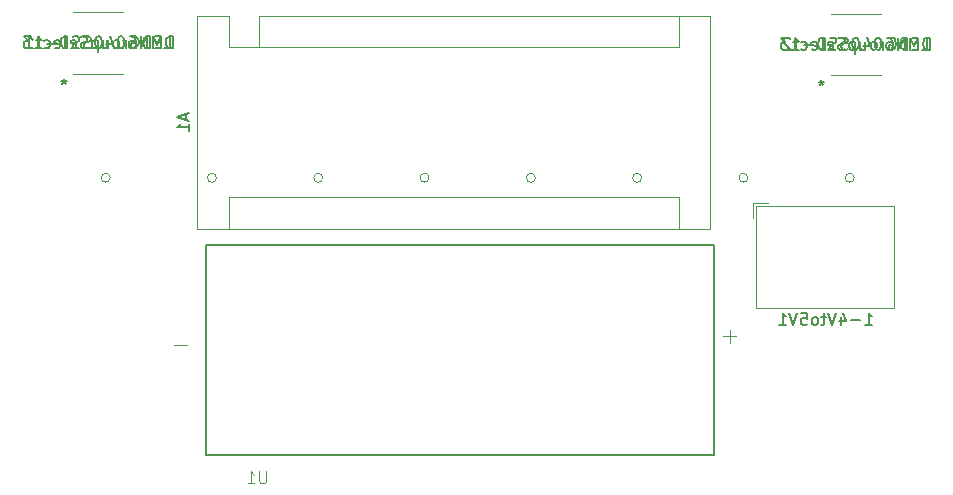
<source format=gbo>
G04 #@! TF.GenerationSoftware,KiCad,Pcbnew,(5.1.10)-1*
G04 #@! TF.CreationDate,2021-07-07T10:57:58-07:00*
G04 #@! TF.ProjectId,8MagnetTester4Filter,384d6167-6e65-4745-9465-737465723446,rev?*
G04 #@! TF.SameCoordinates,Original*
G04 #@! TF.FileFunction,Legend,Bot*
G04 #@! TF.FilePolarity,Positive*
%FSLAX46Y46*%
G04 Gerber Fmt 4.6, Leading zero omitted, Abs format (unit mm)*
G04 Created by KiCad (PCBNEW (5.1.10)-1) date 2021-07-07 10:57:58*
%MOMM*%
%LPD*%
G01*
G04 APERTURE LIST*
%ADD10C,0.120000*%
%ADD11C,0.127000*%
%ADD12C,0.150000*%
%ADD13C,0.015000*%
G04 APERTURE END LIST*
D10*
X169109000Y-99300000D02*
X170349000Y-99300000D01*
X169109000Y-100540000D02*
X169109000Y-99300000D01*
X181070000Y-108160000D02*
X181070000Y-99540000D01*
X169349000Y-108160000D02*
X169349000Y-99540000D01*
X169349000Y-99540000D02*
X181070000Y-99540000D01*
X169349000Y-108160000D02*
X181070000Y-108160000D01*
D11*
X122772000Y-120650000D02*
X165772000Y-120650000D01*
X122772000Y-102870000D02*
X122772000Y-120650000D01*
X165772000Y-102870000D02*
X122772000Y-102870000D01*
X165772000Y-120650000D02*
X165772000Y-102870000D01*
D10*
X127254000Y-86106000D02*
X124714000Y-86106000D01*
X124714000Y-86106000D02*
X124714000Y-83436000D01*
X127254000Y-83436000D02*
X165484000Y-83436000D01*
X122044000Y-83436000D02*
X124714000Y-83436000D01*
X124714000Y-98806000D02*
X124714000Y-101476000D01*
X124714000Y-98806000D02*
X162814000Y-98806000D01*
X162814000Y-98806000D02*
X162814000Y-101476000D01*
X127254000Y-86106000D02*
X127254000Y-83436000D01*
X127254000Y-86106000D02*
X162814000Y-86106000D01*
X162814000Y-86106000D02*
X162814000Y-83436000D01*
X165484000Y-83436000D02*
X165484000Y-101476000D01*
X165484000Y-101476000D02*
X122044000Y-101476000D01*
X122044000Y-101476000D02*
X122044000Y-83436000D01*
X115796598Y-88328500D02*
X111580198Y-88328500D01*
X111580198Y-83121500D02*
X115796598Y-83121500D01*
X175691800Y-83248500D02*
X179908200Y-83248500D01*
X179908200Y-88455500D02*
X175691800Y-88455500D01*
X123681000Y-97155000D02*
G75*
G03*
X123681000Y-97155000I-381000J0D01*
G01*
X141681000Y-97155000D02*
G75*
G03*
X141681000Y-97155000I-381000J0D01*
G01*
X177681000Y-97155000D02*
G75*
G03*
X177681000Y-97155000I-381000J0D01*
G01*
X114681000Y-97155000D02*
G75*
G03*
X114681000Y-97155000I-381000J0D01*
G01*
X159681000Y-97155000D02*
G75*
G03*
X159681000Y-97155000I-381000J0D01*
G01*
X168681000Y-97155000D02*
G75*
G03*
X168681000Y-97155000I-381000J0D01*
G01*
X150681000Y-97155000D02*
G75*
G03*
X150681000Y-97155000I-381000J0D01*
G01*
X132681000Y-97155000D02*
G75*
G03*
X132681000Y-97155000I-381000J0D01*
G01*
D12*
X178617142Y-109612380D02*
X179188571Y-109612380D01*
X178902857Y-109612380D02*
X178902857Y-108612380D01*
X178998095Y-108755238D01*
X179093333Y-108850476D01*
X179188571Y-108898095D01*
X178188571Y-109231428D02*
X177426666Y-109231428D01*
X176521904Y-108945714D02*
X176521904Y-109612380D01*
X176760000Y-108564761D02*
X176998095Y-109279047D01*
X176379047Y-109279047D01*
X176140952Y-108612380D02*
X175807619Y-109612380D01*
X175474285Y-108612380D01*
X175283809Y-108945714D02*
X174902857Y-108945714D01*
X175140952Y-108612380D02*
X175140952Y-109469523D01*
X175093333Y-109564761D01*
X174998095Y-109612380D01*
X174902857Y-109612380D01*
X174426666Y-109612380D02*
X174521904Y-109564761D01*
X174569523Y-109517142D01*
X174617142Y-109421904D01*
X174617142Y-109136190D01*
X174569523Y-109040952D01*
X174521904Y-108993333D01*
X174426666Y-108945714D01*
X174283809Y-108945714D01*
X174188571Y-108993333D01*
X174140952Y-109040952D01*
X174093333Y-109136190D01*
X174093333Y-109421904D01*
X174140952Y-109517142D01*
X174188571Y-109564761D01*
X174283809Y-109612380D01*
X174426666Y-109612380D01*
X173188571Y-108612380D02*
X173664761Y-108612380D01*
X173712380Y-109088571D01*
X173664761Y-109040952D01*
X173569523Y-108993333D01*
X173331428Y-108993333D01*
X173236190Y-109040952D01*
X173188571Y-109088571D01*
X173140952Y-109183809D01*
X173140952Y-109421904D01*
X173188571Y-109517142D01*
X173236190Y-109564761D01*
X173331428Y-109612380D01*
X173569523Y-109612380D01*
X173664761Y-109564761D01*
X173712380Y-109517142D01*
X172855238Y-108612380D02*
X172521904Y-109612380D01*
X172188571Y-108612380D01*
X171331428Y-109612380D02*
X171902857Y-109612380D01*
X171617142Y-109612380D02*
X171617142Y-108612380D01*
X171712380Y-108755238D01*
X171807619Y-108850476D01*
X171902857Y-108898095D01*
D13*
X127888904Y-122007380D02*
X127888904Y-122816904D01*
X127841285Y-122912142D01*
X127793666Y-122959761D01*
X127698428Y-123007380D01*
X127507952Y-123007380D01*
X127412714Y-122959761D01*
X127365095Y-122912142D01*
X127317476Y-122816904D01*
X127317476Y-122007380D01*
X126317476Y-123007380D02*
X126888904Y-123007380D01*
X126603190Y-123007380D02*
X126603190Y-122007380D01*
X126698428Y-122150238D01*
X126793666Y-122245476D01*
X126888904Y-122293095D01*
X121183333Y-111352000D02*
X120116666Y-111352000D01*
X167665333Y-110590000D02*
X166598666Y-110590000D01*
X167132000Y-111123333D02*
X167132000Y-110056666D01*
D12*
X121070666Y-91741714D02*
X121070666Y-92217904D01*
X121356380Y-91646476D02*
X120356380Y-91979809D01*
X121356380Y-92313142D01*
X121356380Y-93170285D02*
X121356380Y-92598857D01*
X121356380Y-92884571D02*
X120356380Y-92884571D01*
X120499238Y-92789333D01*
X120594476Y-92694095D01*
X120642095Y-92598857D01*
X119283636Y-86177380D02*
X119759826Y-86177380D01*
X119759826Y-85177380D01*
X118950302Y-85653571D02*
X118616969Y-85653571D01*
X118474112Y-86177380D02*
X118950302Y-86177380D01*
X118950302Y-85177380D01*
X118474112Y-85177380D01*
X118045540Y-86177380D02*
X118045540Y-85177380D01*
X117807445Y-85177380D01*
X117664588Y-85225000D01*
X117569350Y-85320238D01*
X117521731Y-85415476D01*
X117474112Y-85605952D01*
X117474112Y-85748809D01*
X117521731Y-85939285D01*
X117569350Y-86034523D01*
X117664588Y-86129761D01*
X117807445Y-86177380D01*
X118045540Y-86177380D01*
X116521731Y-85225000D02*
X116616969Y-85177380D01*
X116759826Y-85177380D01*
X116902683Y-85225000D01*
X116997921Y-85320238D01*
X117045540Y-85415476D01*
X117093159Y-85605952D01*
X117093159Y-85748809D01*
X117045540Y-85939285D01*
X116997921Y-86034523D01*
X116902683Y-86129761D01*
X116759826Y-86177380D01*
X116664588Y-86177380D01*
X116521731Y-86129761D01*
X116474112Y-86082142D01*
X116474112Y-85748809D01*
X116664588Y-85748809D01*
X116045540Y-86177380D02*
X116045540Y-85510714D01*
X116045540Y-85701190D02*
X115997921Y-85605952D01*
X115950302Y-85558333D01*
X115855064Y-85510714D01*
X115759826Y-85510714D01*
X115283636Y-86177380D02*
X115378874Y-86129761D01*
X115426493Y-86082142D01*
X115474112Y-85986904D01*
X115474112Y-85701190D01*
X115426493Y-85605952D01*
X115378874Y-85558333D01*
X115283636Y-85510714D01*
X115140778Y-85510714D01*
X115045540Y-85558333D01*
X114997921Y-85605952D01*
X114950302Y-85701190D01*
X114950302Y-85986904D01*
X114997921Y-86082142D01*
X115045540Y-86129761D01*
X115140778Y-86177380D01*
X115283636Y-86177380D01*
X114093159Y-85510714D02*
X114093159Y-86177380D01*
X114521731Y-85510714D02*
X114521731Y-86034523D01*
X114474112Y-86129761D01*
X114378874Y-86177380D01*
X114236017Y-86177380D01*
X114140778Y-86129761D01*
X114093159Y-86082142D01*
X113616969Y-85510714D02*
X113616969Y-86510714D01*
X113616969Y-85558333D02*
X113521731Y-85510714D01*
X113331255Y-85510714D01*
X113236017Y-85558333D01*
X113188398Y-85605952D01*
X113140778Y-85701190D01*
X113140778Y-85986904D01*
X113188398Y-86082142D01*
X113236017Y-86129761D01*
X113331255Y-86177380D01*
X113521731Y-86177380D01*
X113616969Y-86129761D01*
X112759826Y-86129761D02*
X112616969Y-86177380D01*
X112378874Y-86177380D01*
X112283636Y-86129761D01*
X112236017Y-86082142D01*
X112188398Y-85986904D01*
X112188398Y-85891666D01*
X112236017Y-85796428D01*
X112283636Y-85748809D01*
X112378874Y-85701190D01*
X112569350Y-85653571D01*
X112664588Y-85605952D01*
X112712207Y-85558333D01*
X112759826Y-85463095D01*
X112759826Y-85367857D01*
X112712207Y-85272619D01*
X112664588Y-85225000D01*
X112569350Y-85177380D01*
X112331255Y-85177380D01*
X112188398Y-85225000D01*
X111378874Y-86129761D02*
X111474112Y-86177380D01*
X111664588Y-86177380D01*
X111759826Y-86129761D01*
X111807445Y-86034523D01*
X111807445Y-85653571D01*
X111759826Y-85558333D01*
X111664588Y-85510714D01*
X111474112Y-85510714D01*
X111378874Y-85558333D01*
X111331255Y-85653571D01*
X111331255Y-85748809D01*
X111807445Y-85844047D01*
X110759826Y-86177380D02*
X110855064Y-86129761D01*
X110902683Y-86034523D01*
X110902683Y-85177380D01*
X109997921Y-86129761D02*
X110093159Y-86177380D01*
X110283636Y-86177380D01*
X110378874Y-86129761D01*
X110426493Y-86034523D01*
X110426493Y-85653571D01*
X110378874Y-85558333D01*
X110283636Y-85510714D01*
X110093159Y-85510714D01*
X109997921Y-85558333D01*
X109950302Y-85653571D01*
X109950302Y-85748809D01*
X110426493Y-85844047D01*
X109093159Y-86129761D02*
X109188398Y-86177380D01*
X109378874Y-86177380D01*
X109474112Y-86129761D01*
X109521731Y-86082142D01*
X109569350Y-85986904D01*
X109569350Y-85701190D01*
X109521731Y-85605952D01*
X109474112Y-85558333D01*
X109378874Y-85510714D01*
X109188398Y-85510714D01*
X109093159Y-85558333D01*
X108807445Y-85510714D02*
X108426493Y-85510714D01*
X108664588Y-85177380D02*
X108664588Y-86034523D01*
X108616969Y-86129761D01*
X108521731Y-86177380D01*
X108426493Y-86177380D01*
X107569350Y-86177380D02*
X108140778Y-86177380D01*
X107855064Y-86177380D02*
X107855064Y-85177380D01*
X107950302Y-85320238D01*
X108045540Y-85415476D01*
X108140778Y-85463095D01*
X119974112Y-86177380D02*
X119974112Y-85177380D01*
X119736017Y-85177380D01*
X119593159Y-85225000D01*
X119497921Y-85320238D01*
X119450302Y-85415476D01*
X119402683Y-85605952D01*
X119402683Y-85748809D01*
X119450302Y-85939285D01*
X119497921Y-86034523D01*
X119593159Y-86129761D01*
X119736017Y-86177380D01*
X119974112Y-86177380D01*
X118974112Y-86177380D02*
X118974112Y-85177380D01*
X118640778Y-85891666D01*
X118307445Y-85177380D01*
X118307445Y-86177380D01*
X117831255Y-86177380D02*
X117831255Y-85177380D01*
X117259826Y-86177380D01*
X117259826Y-85177380D01*
X116355064Y-85177380D02*
X116545540Y-85177380D01*
X116640778Y-85225000D01*
X116688398Y-85272619D01*
X116783636Y-85415476D01*
X116831255Y-85605952D01*
X116831255Y-85986904D01*
X116783636Y-86082142D01*
X116736017Y-86129761D01*
X116640778Y-86177380D01*
X116450302Y-86177380D01*
X116355064Y-86129761D01*
X116307445Y-86082142D01*
X116259826Y-85986904D01*
X116259826Y-85748809D01*
X116307445Y-85653571D01*
X116355064Y-85605952D01*
X116450302Y-85558333D01*
X116640778Y-85558333D01*
X116736017Y-85605952D01*
X116783636Y-85653571D01*
X116831255Y-85748809D01*
X115640778Y-85177380D02*
X115545540Y-85177380D01*
X115450302Y-85225000D01*
X115402683Y-85272619D01*
X115355064Y-85367857D01*
X115307445Y-85558333D01*
X115307445Y-85796428D01*
X115355064Y-85986904D01*
X115402683Y-86082142D01*
X115450302Y-86129761D01*
X115545540Y-86177380D01*
X115640778Y-86177380D01*
X115736017Y-86129761D01*
X115783636Y-86082142D01*
X115831255Y-85986904D01*
X115878874Y-85796428D01*
X115878874Y-85558333D01*
X115831255Y-85367857D01*
X115783636Y-85272619D01*
X115736017Y-85225000D01*
X115640778Y-85177380D01*
X114450302Y-85510714D02*
X114450302Y-86177380D01*
X114688398Y-85129761D02*
X114926493Y-85844047D01*
X114307445Y-85844047D01*
X113736017Y-85177380D02*
X113640778Y-85177380D01*
X113545540Y-85225000D01*
X113497921Y-85272619D01*
X113450302Y-85367857D01*
X113402683Y-85558333D01*
X113402683Y-85796428D01*
X113450302Y-85986904D01*
X113497921Y-86082142D01*
X113545540Y-86129761D01*
X113640778Y-86177380D01*
X113736017Y-86177380D01*
X113831255Y-86129761D01*
X113878874Y-86082142D01*
X113926493Y-85986904D01*
X113974112Y-85796428D01*
X113974112Y-85558333D01*
X113926493Y-85367857D01*
X113878874Y-85272619D01*
X113831255Y-85225000D01*
X113736017Y-85177380D01*
X113021731Y-86129761D02*
X112878874Y-86177380D01*
X112640778Y-86177380D01*
X112545540Y-86129761D01*
X112497921Y-86082142D01*
X112450302Y-85986904D01*
X112450302Y-85891666D01*
X112497921Y-85796428D01*
X112545540Y-85748809D01*
X112640778Y-85701190D01*
X112831255Y-85653571D01*
X112926493Y-85605952D01*
X112974112Y-85558333D01*
X113021731Y-85463095D01*
X113021731Y-85367857D01*
X112974112Y-85272619D01*
X112926493Y-85225000D01*
X112831255Y-85177380D01*
X112593159Y-85177380D01*
X112450302Y-85225000D01*
X112069350Y-86129761D02*
X111926493Y-86177380D01*
X111688398Y-86177380D01*
X111593159Y-86129761D01*
X111545540Y-86082142D01*
X111497921Y-85986904D01*
X111497921Y-85891666D01*
X111545540Y-85796428D01*
X111593159Y-85748809D01*
X111688398Y-85701190D01*
X111878874Y-85653571D01*
X111974112Y-85605952D01*
X112021731Y-85558333D01*
X112069350Y-85463095D01*
X112069350Y-85367857D01*
X112021731Y-85272619D01*
X111974112Y-85225000D01*
X111878874Y-85177380D01*
X111640778Y-85177380D01*
X111497921Y-85225000D01*
X111069350Y-86177380D02*
X111069350Y-85177380D01*
X110831255Y-85177380D01*
X110688398Y-85225000D01*
X110593159Y-85320238D01*
X110545540Y-85415476D01*
X110497921Y-85605952D01*
X110497921Y-85748809D01*
X110545540Y-85939285D01*
X110593159Y-86034523D01*
X110688398Y-86129761D01*
X110831255Y-86177380D01*
X111069350Y-86177380D01*
X110069350Y-85796428D02*
X109307445Y-85796428D01*
X108307445Y-86177380D02*
X108878874Y-86177380D01*
X108593159Y-86177380D02*
X108593159Y-85177380D01*
X108688398Y-85320238D01*
X108783636Y-85415476D01*
X108878874Y-85463095D01*
X107974112Y-85177380D02*
X107355064Y-85177380D01*
X107688398Y-85558333D01*
X107545540Y-85558333D01*
X107450302Y-85605952D01*
X107402683Y-85653571D01*
X107355064Y-85748809D01*
X107355064Y-85986904D01*
X107402683Y-86082142D01*
X107450302Y-86129761D01*
X107545540Y-86177380D01*
X107831255Y-86177380D01*
X107926493Y-86129761D01*
X107974112Y-86082142D01*
X110790798Y-88784180D02*
X110790798Y-89022276D01*
X111028893Y-88927038D02*
X110790798Y-89022276D01*
X110552702Y-88927038D01*
X110933655Y-89212752D02*
X110790798Y-89022276D01*
X110647940Y-89212752D01*
X110790798Y-88784180D02*
X110790798Y-89022276D01*
X111028893Y-88927038D02*
X110790798Y-89022276D01*
X110552702Y-88927038D01*
X110933655Y-89212752D02*
X110790798Y-89022276D01*
X110647940Y-89212752D01*
X183395238Y-86304380D02*
X183871428Y-86304380D01*
X183871428Y-85304380D01*
X183061904Y-85780571D02*
X182728571Y-85780571D01*
X182585714Y-86304380D02*
X183061904Y-86304380D01*
X183061904Y-85304380D01*
X182585714Y-85304380D01*
X182157142Y-86304380D02*
X182157142Y-85304380D01*
X181919047Y-85304380D01*
X181776190Y-85352000D01*
X181680952Y-85447238D01*
X181633333Y-85542476D01*
X181585714Y-85732952D01*
X181585714Y-85875809D01*
X181633333Y-86066285D01*
X181680952Y-86161523D01*
X181776190Y-86256761D01*
X181919047Y-86304380D01*
X182157142Y-86304380D01*
X180633333Y-85352000D02*
X180728571Y-85304380D01*
X180871428Y-85304380D01*
X181014285Y-85352000D01*
X181109523Y-85447238D01*
X181157142Y-85542476D01*
X181204761Y-85732952D01*
X181204761Y-85875809D01*
X181157142Y-86066285D01*
X181109523Y-86161523D01*
X181014285Y-86256761D01*
X180871428Y-86304380D01*
X180776190Y-86304380D01*
X180633333Y-86256761D01*
X180585714Y-86209142D01*
X180585714Y-85875809D01*
X180776190Y-85875809D01*
X180157142Y-86304380D02*
X180157142Y-85637714D01*
X180157142Y-85828190D02*
X180109523Y-85732952D01*
X180061904Y-85685333D01*
X179966666Y-85637714D01*
X179871428Y-85637714D01*
X179395238Y-86304380D02*
X179490476Y-86256761D01*
X179538095Y-86209142D01*
X179585714Y-86113904D01*
X179585714Y-85828190D01*
X179538095Y-85732952D01*
X179490476Y-85685333D01*
X179395238Y-85637714D01*
X179252380Y-85637714D01*
X179157142Y-85685333D01*
X179109523Y-85732952D01*
X179061904Y-85828190D01*
X179061904Y-86113904D01*
X179109523Y-86209142D01*
X179157142Y-86256761D01*
X179252380Y-86304380D01*
X179395238Y-86304380D01*
X178204761Y-85637714D02*
X178204761Y-86304380D01*
X178633333Y-85637714D02*
X178633333Y-86161523D01*
X178585714Y-86256761D01*
X178490476Y-86304380D01*
X178347619Y-86304380D01*
X178252380Y-86256761D01*
X178204761Y-86209142D01*
X177728571Y-85637714D02*
X177728571Y-86637714D01*
X177728571Y-85685333D02*
X177633333Y-85637714D01*
X177442857Y-85637714D01*
X177347619Y-85685333D01*
X177300000Y-85732952D01*
X177252380Y-85828190D01*
X177252380Y-86113904D01*
X177300000Y-86209142D01*
X177347619Y-86256761D01*
X177442857Y-86304380D01*
X177633333Y-86304380D01*
X177728571Y-86256761D01*
X176871428Y-86256761D02*
X176728571Y-86304380D01*
X176490476Y-86304380D01*
X176395238Y-86256761D01*
X176347619Y-86209142D01*
X176300000Y-86113904D01*
X176300000Y-86018666D01*
X176347619Y-85923428D01*
X176395238Y-85875809D01*
X176490476Y-85828190D01*
X176680952Y-85780571D01*
X176776190Y-85732952D01*
X176823809Y-85685333D01*
X176871428Y-85590095D01*
X176871428Y-85494857D01*
X176823809Y-85399619D01*
X176776190Y-85352000D01*
X176680952Y-85304380D01*
X176442857Y-85304380D01*
X176300000Y-85352000D01*
X175490476Y-86256761D02*
X175585714Y-86304380D01*
X175776190Y-86304380D01*
X175871428Y-86256761D01*
X175919047Y-86161523D01*
X175919047Y-85780571D01*
X175871428Y-85685333D01*
X175776190Y-85637714D01*
X175585714Y-85637714D01*
X175490476Y-85685333D01*
X175442857Y-85780571D01*
X175442857Y-85875809D01*
X175919047Y-85971047D01*
X174871428Y-86304380D02*
X174966666Y-86256761D01*
X175014285Y-86161523D01*
X175014285Y-85304380D01*
X174109523Y-86256761D02*
X174204761Y-86304380D01*
X174395238Y-86304380D01*
X174490476Y-86256761D01*
X174538095Y-86161523D01*
X174538095Y-85780571D01*
X174490476Y-85685333D01*
X174395238Y-85637714D01*
X174204761Y-85637714D01*
X174109523Y-85685333D01*
X174061904Y-85780571D01*
X174061904Y-85875809D01*
X174538095Y-85971047D01*
X173204761Y-86256761D02*
X173300000Y-86304380D01*
X173490476Y-86304380D01*
X173585714Y-86256761D01*
X173633333Y-86209142D01*
X173680952Y-86113904D01*
X173680952Y-85828190D01*
X173633333Y-85732952D01*
X173585714Y-85685333D01*
X173490476Y-85637714D01*
X173300000Y-85637714D01*
X173204761Y-85685333D01*
X172919047Y-85637714D02*
X172538095Y-85637714D01*
X172776190Y-85304380D02*
X172776190Y-86161523D01*
X172728571Y-86256761D01*
X172633333Y-86304380D01*
X172538095Y-86304380D01*
X172252380Y-85399619D02*
X172204761Y-85352000D01*
X172109523Y-85304380D01*
X171871428Y-85304380D01*
X171776190Y-85352000D01*
X171728571Y-85399619D01*
X171680952Y-85494857D01*
X171680952Y-85590095D01*
X171728571Y-85732952D01*
X172300000Y-86304380D01*
X171680952Y-86304380D01*
X184085714Y-86304380D02*
X184085714Y-85304380D01*
X183847619Y-85304380D01*
X183704761Y-85352000D01*
X183609523Y-85447238D01*
X183561904Y-85542476D01*
X183514285Y-85732952D01*
X183514285Y-85875809D01*
X183561904Y-86066285D01*
X183609523Y-86161523D01*
X183704761Y-86256761D01*
X183847619Y-86304380D01*
X184085714Y-86304380D01*
X183085714Y-86304380D02*
X183085714Y-85304380D01*
X182752380Y-86018666D01*
X182419047Y-85304380D01*
X182419047Y-86304380D01*
X181942857Y-86304380D02*
X181942857Y-85304380D01*
X181371428Y-86304380D01*
X181371428Y-85304380D01*
X180466666Y-85304380D02*
X180657142Y-85304380D01*
X180752380Y-85352000D01*
X180800000Y-85399619D01*
X180895238Y-85542476D01*
X180942857Y-85732952D01*
X180942857Y-86113904D01*
X180895238Y-86209142D01*
X180847619Y-86256761D01*
X180752380Y-86304380D01*
X180561904Y-86304380D01*
X180466666Y-86256761D01*
X180419047Y-86209142D01*
X180371428Y-86113904D01*
X180371428Y-85875809D01*
X180419047Y-85780571D01*
X180466666Y-85732952D01*
X180561904Y-85685333D01*
X180752380Y-85685333D01*
X180847619Y-85732952D01*
X180895238Y-85780571D01*
X180942857Y-85875809D01*
X179752380Y-85304380D02*
X179657142Y-85304380D01*
X179561904Y-85352000D01*
X179514285Y-85399619D01*
X179466666Y-85494857D01*
X179419047Y-85685333D01*
X179419047Y-85923428D01*
X179466666Y-86113904D01*
X179514285Y-86209142D01*
X179561904Y-86256761D01*
X179657142Y-86304380D01*
X179752380Y-86304380D01*
X179847619Y-86256761D01*
X179895238Y-86209142D01*
X179942857Y-86113904D01*
X179990476Y-85923428D01*
X179990476Y-85685333D01*
X179942857Y-85494857D01*
X179895238Y-85399619D01*
X179847619Y-85352000D01*
X179752380Y-85304380D01*
X178561904Y-85637714D02*
X178561904Y-86304380D01*
X178800000Y-85256761D02*
X179038095Y-85971047D01*
X178419047Y-85971047D01*
X177847619Y-85304380D02*
X177752380Y-85304380D01*
X177657142Y-85352000D01*
X177609523Y-85399619D01*
X177561904Y-85494857D01*
X177514285Y-85685333D01*
X177514285Y-85923428D01*
X177561904Y-86113904D01*
X177609523Y-86209142D01*
X177657142Y-86256761D01*
X177752380Y-86304380D01*
X177847619Y-86304380D01*
X177942857Y-86256761D01*
X177990476Y-86209142D01*
X178038095Y-86113904D01*
X178085714Y-85923428D01*
X178085714Y-85685333D01*
X178038095Y-85494857D01*
X177990476Y-85399619D01*
X177942857Y-85352000D01*
X177847619Y-85304380D01*
X177133333Y-86256761D02*
X176990476Y-86304380D01*
X176752380Y-86304380D01*
X176657142Y-86256761D01*
X176609523Y-86209142D01*
X176561904Y-86113904D01*
X176561904Y-86018666D01*
X176609523Y-85923428D01*
X176657142Y-85875809D01*
X176752380Y-85828190D01*
X176942857Y-85780571D01*
X177038095Y-85732952D01*
X177085714Y-85685333D01*
X177133333Y-85590095D01*
X177133333Y-85494857D01*
X177085714Y-85399619D01*
X177038095Y-85352000D01*
X176942857Y-85304380D01*
X176704761Y-85304380D01*
X176561904Y-85352000D01*
X176180952Y-86256761D02*
X176038095Y-86304380D01*
X175800000Y-86304380D01*
X175704761Y-86256761D01*
X175657142Y-86209142D01*
X175609523Y-86113904D01*
X175609523Y-86018666D01*
X175657142Y-85923428D01*
X175704761Y-85875809D01*
X175800000Y-85828190D01*
X175990476Y-85780571D01*
X176085714Y-85732952D01*
X176133333Y-85685333D01*
X176180952Y-85590095D01*
X176180952Y-85494857D01*
X176133333Y-85399619D01*
X176085714Y-85352000D01*
X175990476Y-85304380D01*
X175752380Y-85304380D01*
X175609523Y-85352000D01*
X175180952Y-86304380D02*
X175180952Y-85304380D01*
X174942857Y-85304380D01*
X174800000Y-85352000D01*
X174704761Y-85447238D01*
X174657142Y-85542476D01*
X174609523Y-85732952D01*
X174609523Y-85875809D01*
X174657142Y-86066285D01*
X174704761Y-86161523D01*
X174800000Y-86256761D01*
X174942857Y-86304380D01*
X175180952Y-86304380D01*
X174180952Y-85923428D02*
X173419047Y-85923428D01*
X172419047Y-86304380D02*
X172990476Y-86304380D01*
X172704761Y-86304380D02*
X172704761Y-85304380D01*
X172800000Y-85447238D01*
X172895238Y-85542476D01*
X172990476Y-85590095D01*
X172085714Y-85304380D02*
X171466666Y-85304380D01*
X171800000Y-85685333D01*
X171657142Y-85685333D01*
X171561904Y-85732952D01*
X171514285Y-85780571D01*
X171466666Y-85875809D01*
X171466666Y-86113904D01*
X171514285Y-86209142D01*
X171561904Y-86256761D01*
X171657142Y-86304380D01*
X171942857Y-86304380D01*
X172038095Y-86256761D01*
X172085714Y-86209142D01*
X174902400Y-88911180D02*
X174902400Y-89149276D01*
X175140495Y-89054038D02*
X174902400Y-89149276D01*
X174664304Y-89054038D01*
X175045257Y-89339752D02*
X174902400Y-89149276D01*
X174759542Y-89339752D01*
X174902400Y-88911180D02*
X174902400Y-89149276D01*
X175140495Y-89054038D02*
X174902400Y-89149276D01*
X174664304Y-89054038D01*
X175045257Y-89339752D02*
X174902400Y-89149276D01*
X174759542Y-89339752D01*
M02*

</source>
